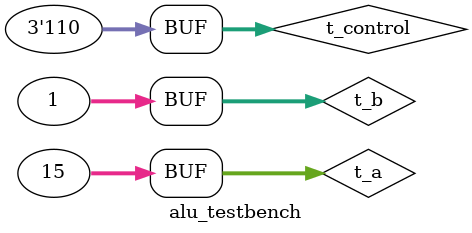
<source format=v>
module alu_testbench;
reg [31:0]t_a,t_b;
reg [2:0] t_control;
wire [31:0] t_result;
wire t_zero;
alu uu(.a(t_a),.b(t_b),.alu_control(t_control),.result(t_result),.zero(t_zero));
initial
begin
$monitor(t_control ,t_a    , t_b     , t_result,    t_zero);
t_control=3'b000;//add case
t_a=32'h0000000f;
t_b=32'h00000001;
#5
t_control=3'b001;//minus
#5
t_control=3'b010;//and
#5
t_control=3'b011;//or
#5
t_control=3'b110;//default 
end
endmodule







</source>
